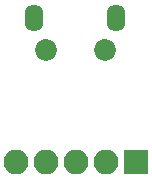
<source format=gbs>
%TF.GenerationSoftware,KiCad,Pcbnew,4.0.7*%
%TF.CreationDate,2017-12-10T14:51:51+08:00*%
%TF.ProjectId,MicroUSB,4D6963726F5553422E6B696361645F70,rev?*%
%TF.FileFunction,Soldermask,Bot*%
%FSLAX46Y46*%
G04 Gerber Fmt 4.6, Leading zero omitted, Abs format (unit mm)*
G04 Created by KiCad (PCBNEW 4.0.7) date 12/10/17 14:51:51*
%MOMM*%
%LPD*%
G01*
G04 APERTURE LIST*
%ADD10C,0.100000*%
%ADD11R,2.100000X2.100000*%
%ADD12O,2.100000X2.100000*%
%ADD13C,1.850000*%
%ADD14O,1.600000X2.300000*%
G04 APERTURE END LIST*
D10*
D11*
X13100000Y-14950000D03*
D12*
X10560000Y-14950000D03*
X8020000Y-14950000D03*
X5480000Y-14950000D03*
X2940000Y-14950000D03*
D13*
X10440000Y-5400000D03*
X5440000Y-5400000D03*
D14*
X11440000Y-2700000D03*
X4440000Y-2700000D03*
M02*

</source>
